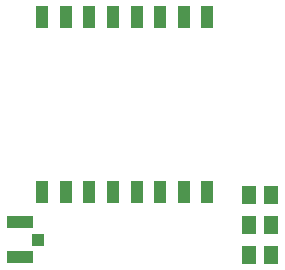
<source format=gbr>
G04 EAGLE Gerber RS-274X export*
G75*
%MOMM*%
%FSLAX34Y34*%
%LPD*%
%INSolderpaste Top*%
%IPPOS*%
%AMOC8*
5,1,8,0,0,1.08239X$1,22.5*%
G01*
%ADD10R,1.300000X1.500000*%
%ADD11R,1.050000X1.000000*%
%ADD12R,2.200000X1.050000*%
%ADD13R,1.050000X1.950000*%


D10*
X231800Y419100D03*
X250800Y419100D03*
X231800Y469900D03*
X250800Y469900D03*
X231800Y444500D03*
X250800Y444500D03*
D11*
X53350Y431800D03*
D12*
X38100Y417050D03*
X38100Y446550D03*
D13*
X197000Y620100D03*
X177000Y620100D03*
X157000Y620100D03*
X137000Y620100D03*
X117000Y620100D03*
X97000Y620100D03*
X77000Y620100D03*
X57000Y620100D03*
X57000Y472100D03*
X77000Y472100D03*
X97000Y472100D03*
X117000Y472100D03*
X137000Y472100D03*
X157000Y472100D03*
X177000Y472100D03*
X197000Y472100D03*
M02*

</source>
